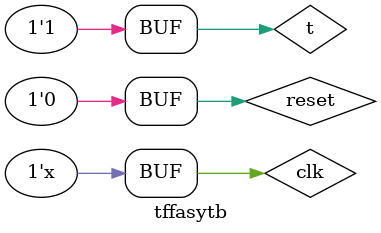
<source format=v>
`timescale 1ns / 1ps


module tffasytb;

	// Inputs
	reg t;
	reg reset;
	reg clk;

	// Outputs
	wire q;

	// Instantiate the Unit Under Test (UUT)
	tffasy uut (
		.t(t), 
		.reset(reset), 
		.clk(clk), 
		.q(q)
	);
	initial begin
	$monitor("reset=%b,clk=%b,q=%b,t=%b",reset,clk,q,t);
	end
	
   initial begin
		// Initialize Input
		reset = 1;
		clk = 0;

		// Wait 100 ns for global reset to finish
		#100;t=1;reset=0;
        
		// Add stimulus here

	end
	always
	#30 clk=~clk;  
endmodule


</source>
